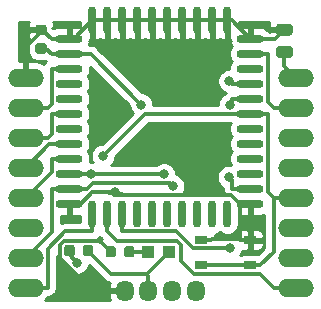
<source format=gtl>
G04 #@! TF.GenerationSoftware,KiCad,Pcbnew,(5.1.2)-1*
G04 #@! TF.CreationDate,2019-06-15T01:06:45+09:00*
G04 #@! TF.ProjectId,ble5,626c6535-2e6b-4696-9361-645f70636258,v1.0*
G04 #@! TF.SameCoordinates,Original*
G04 #@! TF.FileFunction,Copper,L1,Top*
G04 #@! TF.FilePolarity,Positive*
%FSLAX46Y46*%
G04 Gerber Fmt 4.6, Leading zero omitted, Abs format (unit mm)*
G04 Created by KiCad (PCBNEW (5.1.2)-1) date 2019-06-15 01:06:45*
%MOMM*%
%LPD*%
G04 APERTURE LIST*
%ADD10R,1.049020X1.079500*%
%ADD11O,3.048000X1.524000*%
%ADD12R,1.050000X0.650000*%
%ADD13O,1.524000X1.800000*%
%ADD14O,0.760000X2.300000*%
%ADD15O,2.300000X0.760000*%
%ADD16C,0.050000*%
%ADD17C,0.975000*%
%ADD18C,0.875000*%
%ADD19C,0.800000*%
%ADD20C,0.300000*%
%ADD21C,0.254000*%
G04 APERTURE END LIST*
D10*
X126447760Y-59200000D03*
X124700240Y-59200000D03*
D11*
X114300000Y-44450000D03*
X114300000Y-46990000D03*
X114300000Y-49530000D03*
X114300000Y-52070000D03*
X114300000Y-54610000D03*
X114300000Y-57150000D03*
X114300000Y-59690000D03*
X114300000Y-62230000D03*
X137160000Y-44450000D03*
X137160000Y-46990000D03*
X137160000Y-49530000D03*
X137160000Y-52070000D03*
X137160000Y-54610000D03*
X137160000Y-57150000D03*
X137160000Y-59690000D03*
X137160000Y-62230000D03*
D12*
X129150000Y-58200000D03*
X133300000Y-58200000D03*
X129150000Y-60350000D03*
X133300000Y-60350000D03*
D13*
X128700000Y-62500000D03*
X126700000Y-62500000D03*
X124700000Y-62500000D03*
X122700000Y-62500000D03*
D14*
X119940000Y-39600000D03*
X122480000Y-39600000D03*
X121210000Y-39600000D03*
X123750000Y-39600000D03*
X125020000Y-39600000D03*
X126290000Y-39600000D03*
X127560000Y-39600000D03*
X128830000Y-39600000D03*
X130100000Y-39600000D03*
X131370000Y-39600000D03*
D15*
X133310000Y-41170000D03*
X133310000Y-42440000D03*
X133310000Y-43710000D03*
X133310000Y-44980000D03*
X133310000Y-46250000D03*
X133310000Y-47520000D03*
X133310000Y-48790000D03*
X133310000Y-50060000D03*
X133310000Y-51330000D03*
X133310000Y-52600000D03*
X133310000Y-53870000D03*
X133310000Y-55140000D03*
D14*
X131370000Y-55975000D03*
X130100000Y-55975000D03*
X128830000Y-55975000D03*
X127560000Y-55975000D03*
X126290000Y-55975000D03*
X125020000Y-55975000D03*
X123750000Y-55975000D03*
X122480000Y-55975000D03*
X121210000Y-55975000D03*
X119940000Y-55975000D03*
D15*
X118000000Y-55140000D03*
X118000000Y-53870000D03*
X118000000Y-52600000D03*
X118000000Y-51330000D03*
X118000000Y-50060000D03*
X118000000Y-48790000D03*
X118000000Y-47520000D03*
X118000000Y-46250000D03*
X118000000Y-44980000D03*
X118000000Y-43710000D03*
X118000000Y-42440000D03*
X118000000Y-41170000D03*
D16*
G36*
X136680142Y-41788674D02*
G01*
X136703803Y-41792184D01*
X136727007Y-41797996D01*
X136749529Y-41806054D01*
X136771153Y-41816282D01*
X136791670Y-41828579D01*
X136810883Y-41842829D01*
X136828607Y-41858893D01*
X136844671Y-41876617D01*
X136858921Y-41895830D01*
X136871218Y-41916347D01*
X136881446Y-41937971D01*
X136889504Y-41960493D01*
X136895316Y-41983697D01*
X136898826Y-42007358D01*
X136900000Y-42031250D01*
X136900000Y-42518750D01*
X136898826Y-42542642D01*
X136895316Y-42566303D01*
X136889504Y-42589507D01*
X136881446Y-42612029D01*
X136871218Y-42633653D01*
X136858921Y-42654170D01*
X136844671Y-42673383D01*
X136828607Y-42691107D01*
X136810883Y-42707171D01*
X136791670Y-42721421D01*
X136771153Y-42733718D01*
X136749529Y-42743946D01*
X136727007Y-42752004D01*
X136703803Y-42757816D01*
X136680142Y-42761326D01*
X136656250Y-42762500D01*
X135743750Y-42762500D01*
X135719858Y-42761326D01*
X135696197Y-42757816D01*
X135672993Y-42752004D01*
X135650471Y-42743946D01*
X135628847Y-42733718D01*
X135608330Y-42721421D01*
X135589117Y-42707171D01*
X135571393Y-42691107D01*
X135555329Y-42673383D01*
X135541079Y-42654170D01*
X135528782Y-42633653D01*
X135518554Y-42612029D01*
X135510496Y-42589507D01*
X135504684Y-42566303D01*
X135501174Y-42542642D01*
X135500000Y-42518750D01*
X135500000Y-42031250D01*
X135501174Y-42007358D01*
X135504684Y-41983697D01*
X135510496Y-41960493D01*
X135518554Y-41937971D01*
X135528782Y-41916347D01*
X135541079Y-41895830D01*
X135555329Y-41876617D01*
X135571393Y-41858893D01*
X135589117Y-41842829D01*
X135608330Y-41828579D01*
X135628847Y-41816282D01*
X135650471Y-41806054D01*
X135672993Y-41797996D01*
X135696197Y-41792184D01*
X135719858Y-41788674D01*
X135743750Y-41787500D01*
X136656250Y-41787500D01*
X136680142Y-41788674D01*
X136680142Y-41788674D01*
G37*
D17*
X136200000Y-42275000D03*
D16*
G36*
X136680142Y-39913674D02*
G01*
X136703803Y-39917184D01*
X136727007Y-39922996D01*
X136749529Y-39931054D01*
X136771153Y-39941282D01*
X136791670Y-39953579D01*
X136810883Y-39967829D01*
X136828607Y-39983893D01*
X136844671Y-40001617D01*
X136858921Y-40020830D01*
X136871218Y-40041347D01*
X136881446Y-40062971D01*
X136889504Y-40085493D01*
X136895316Y-40108697D01*
X136898826Y-40132358D01*
X136900000Y-40156250D01*
X136900000Y-40643750D01*
X136898826Y-40667642D01*
X136895316Y-40691303D01*
X136889504Y-40714507D01*
X136881446Y-40737029D01*
X136871218Y-40758653D01*
X136858921Y-40779170D01*
X136844671Y-40798383D01*
X136828607Y-40816107D01*
X136810883Y-40832171D01*
X136791670Y-40846421D01*
X136771153Y-40858718D01*
X136749529Y-40868946D01*
X136727007Y-40877004D01*
X136703803Y-40882816D01*
X136680142Y-40886326D01*
X136656250Y-40887500D01*
X135743750Y-40887500D01*
X135719858Y-40886326D01*
X135696197Y-40882816D01*
X135672993Y-40877004D01*
X135650471Y-40868946D01*
X135628847Y-40858718D01*
X135608330Y-40846421D01*
X135589117Y-40832171D01*
X135571393Y-40816107D01*
X135555329Y-40798383D01*
X135541079Y-40779170D01*
X135528782Y-40758653D01*
X135518554Y-40737029D01*
X135510496Y-40714507D01*
X135504684Y-40691303D01*
X135501174Y-40667642D01*
X135500000Y-40643750D01*
X135500000Y-40156250D01*
X135501174Y-40132358D01*
X135504684Y-40108697D01*
X135510496Y-40085493D01*
X135518554Y-40062971D01*
X135528782Y-40041347D01*
X135541079Y-40020830D01*
X135555329Y-40001617D01*
X135571393Y-39983893D01*
X135589117Y-39967829D01*
X135608330Y-39953579D01*
X135628847Y-39941282D01*
X135650471Y-39931054D01*
X135672993Y-39922996D01*
X135696197Y-39917184D01*
X135719858Y-39913674D01*
X135743750Y-39912500D01*
X136656250Y-39912500D01*
X136680142Y-39913674D01*
X136680142Y-39913674D01*
G37*
D17*
X136200000Y-40400000D03*
D16*
G36*
X115877691Y-41551053D02*
G01*
X115898926Y-41554203D01*
X115919750Y-41559419D01*
X115939962Y-41566651D01*
X115959368Y-41575830D01*
X115977781Y-41586866D01*
X115995024Y-41599654D01*
X116010930Y-41614070D01*
X116025346Y-41629976D01*
X116038134Y-41647219D01*
X116049170Y-41665632D01*
X116058349Y-41685038D01*
X116065581Y-41705250D01*
X116070797Y-41726074D01*
X116073947Y-41747309D01*
X116075000Y-41768750D01*
X116075000Y-42206250D01*
X116073947Y-42227691D01*
X116070797Y-42248926D01*
X116065581Y-42269750D01*
X116058349Y-42289962D01*
X116049170Y-42309368D01*
X116038134Y-42327781D01*
X116025346Y-42345024D01*
X116010930Y-42360930D01*
X115995024Y-42375346D01*
X115977781Y-42388134D01*
X115959368Y-42399170D01*
X115939962Y-42408349D01*
X115919750Y-42415581D01*
X115898926Y-42420797D01*
X115877691Y-42423947D01*
X115856250Y-42425000D01*
X115343750Y-42425000D01*
X115322309Y-42423947D01*
X115301074Y-42420797D01*
X115280250Y-42415581D01*
X115260038Y-42408349D01*
X115240632Y-42399170D01*
X115222219Y-42388134D01*
X115204976Y-42375346D01*
X115189070Y-42360930D01*
X115174654Y-42345024D01*
X115161866Y-42327781D01*
X115150830Y-42309368D01*
X115141651Y-42289962D01*
X115134419Y-42269750D01*
X115129203Y-42248926D01*
X115126053Y-42227691D01*
X115125000Y-42206250D01*
X115125000Y-41768750D01*
X115126053Y-41747309D01*
X115129203Y-41726074D01*
X115134419Y-41705250D01*
X115141651Y-41685038D01*
X115150830Y-41665632D01*
X115161866Y-41647219D01*
X115174654Y-41629976D01*
X115189070Y-41614070D01*
X115204976Y-41599654D01*
X115222219Y-41586866D01*
X115240632Y-41575830D01*
X115260038Y-41566651D01*
X115280250Y-41559419D01*
X115301074Y-41554203D01*
X115322309Y-41551053D01*
X115343750Y-41550000D01*
X115856250Y-41550000D01*
X115877691Y-41551053D01*
X115877691Y-41551053D01*
G37*
D18*
X115600000Y-41987500D03*
D16*
G36*
X115877691Y-39976053D02*
G01*
X115898926Y-39979203D01*
X115919750Y-39984419D01*
X115939962Y-39991651D01*
X115959368Y-40000830D01*
X115977781Y-40011866D01*
X115995024Y-40024654D01*
X116010930Y-40039070D01*
X116025346Y-40054976D01*
X116038134Y-40072219D01*
X116049170Y-40090632D01*
X116058349Y-40110038D01*
X116065581Y-40130250D01*
X116070797Y-40151074D01*
X116073947Y-40172309D01*
X116075000Y-40193750D01*
X116075000Y-40631250D01*
X116073947Y-40652691D01*
X116070797Y-40673926D01*
X116065581Y-40694750D01*
X116058349Y-40714962D01*
X116049170Y-40734368D01*
X116038134Y-40752781D01*
X116025346Y-40770024D01*
X116010930Y-40785930D01*
X115995024Y-40800346D01*
X115977781Y-40813134D01*
X115959368Y-40824170D01*
X115939962Y-40833349D01*
X115919750Y-40840581D01*
X115898926Y-40845797D01*
X115877691Y-40848947D01*
X115856250Y-40850000D01*
X115343750Y-40850000D01*
X115322309Y-40848947D01*
X115301074Y-40845797D01*
X115280250Y-40840581D01*
X115260038Y-40833349D01*
X115240632Y-40824170D01*
X115222219Y-40813134D01*
X115204976Y-40800346D01*
X115189070Y-40785930D01*
X115174654Y-40770024D01*
X115161866Y-40752781D01*
X115150830Y-40734368D01*
X115141651Y-40714962D01*
X115134419Y-40694750D01*
X115129203Y-40673926D01*
X115126053Y-40652691D01*
X115125000Y-40631250D01*
X115125000Y-40193750D01*
X115126053Y-40172309D01*
X115129203Y-40151074D01*
X115134419Y-40130250D01*
X115141651Y-40110038D01*
X115150830Y-40090632D01*
X115161866Y-40072219D01*
X115174654Y-40054976D01*
X115189070Y-40039070D01*
X115204976Y-40024654D01*
X115222219Y-40011866D01*
X115240632Y-40000830D01*
X115260038Y-39991651D01*
X115280250Y-39984419D01*
X115301074Y-39979203D01*
X115322309Y-39976053D01*
X115343750Y-39975000D01*
X115856250Y-39975000D01*
X115877691Y-39976053D01*
X115877691Y-39976053D01*
G37*
D18*
X115600000Y-40412500D03*
D16*
G36*
X123315691Y-58726053D02*
G01*
X123336926Y-58729203D01*
X123357750Y-58734419D01*
X123377962Y-58741651D01*
X123397368Y-58750830D01*
X123415781Y-58761866D01*
X123433024Y-58774654D01*
X123448930Y-58789070D01*
X123463346Y-58804976D01*
X123476134Y-58822219D01*
X123487170Y-58840632D01*
X123496349Y-58860038D01*
X123503581Y-58880250D01*
X123508797Y-58901074D01*
X123511947Y-58922309D01*
X123513000Y-58943750D01*
X123513000Y-59456250D01*
X123511947Y-59477691D01*
X123508797Y-59498926D01*
X123503581Y-59519750D01*
X123496349Y-59539962D01*
X123487170Y-59559368D01*
X123476134Y-59577781D01*
X123463346Y-59595024D01*
X123448930Y-59610930D01*
X123433024Y-59625346D01*
X123415781Y-59638134D01*
X123397368Y-59649170D01*
X123377962Y-59658349D01*
X123357750Y-59665581D01*
X123336926Y-59670797D01*
X123315691Y-59673947D01*
X123294250Y-59675000D01*
X122856750Y-59675000D01*
X122835309Y-59673947D01*
X122814074Y-59670797D01*
X122793250Y-59665581D01*
X122773038Y-59658349D01*
X122753632Y-59649170D01*
X122735219Y-59638134D01*
X122717976Y-59625346D01*
X122702070Y-59610930D01*
X122687654Y-59595024D01*
X122674866Y-59577781D01*
X122663830Y-59559368D01*
X122654651Y-59539962D01*
X122647419Y-59519750D01*
X122642203Y-59498926D01*
X122639053Y-59477691D01*
X122638000Y-59456250D01*
X122638000Y-58943750D01*
X122639053Y-58922309D01*
X122642203Y-58901074D01*
X122647419Y-58880250D01*
X122654651Y-58860038D01*
X122663830Y-58840632D01*
X122674866Y-58822219D01*
X122687654Y-58804976D01*
X122702070Y-58789070D01*
X122717976Y-58774654D01*
X122735219Y-58761866D01*
X122753632Y-58750830D01*
X122773038Y-58741651D01*
X122793250Y-58734419D01*
X122814074Y-58729203D01*
X122835309Y-58726053D01*
X122856750Y-58725000D01*
X123294250Y-58725000D01*
X123315691Y-58726053D01*
X123315691Y-58726053D01*
G37*
D18*
X123075500Y-59200000D03*
D16*
G36*
X121740691Y-58726053D02*
G01*
X121761926Y-58729203D01*
X121782750Y-58734419D01*
X121802962Y-58741651D01*
X121822368Y-58750830D01*
X121840781Y-58761866D01*
X121858024Y-58774654D01*
X121873930Y-58789070D01*
X121888346Y-58804976D01*
X121901134Y-58822219D01*
X121912170Y-58840632D01*
X121921349Y-58860038D01*
X121928581Y-58880250D01*
X121933797Y-58901074D01*
X121936947Y-58922309D01*
X121938000Y-58943750D01*
X121938000Y-59456250D01*
X121936947Y-59477691D01*
X121933797Y-59498926D01*
X121928581Y-59519750D01*
X121921349Y-59539962D01*
X121912170Y-59559368D01*
X121901134Y-59577781D01*
X121888346Y-59595024D01*
X121873930Y-59610930D01*
X121858024Y-59625346D01*
X121840781Y-59638134D01*
X121822368Y-59649170D01*
X121802962Y-59658349D01*
X121782750Y-59665581D01*
X121761926Y-59670797D01*
X121740691Y-59673947D01*
X121719250Y-59675000D01*
X121281750Y-59675000D01*
X121260309Y-59673947D01*
X121239074Y-59670797D01*
X121218250Y-59665581D01*
X121198038Y-59658349D01*
X121178632Y-59649170D01*
X121160219Y-59638134D01*
X121142976Y-59625346D01*
X121127070Y-59610930D01*
X121112654Y-59595024D01*
X121099866Y-59577781D01*
X121088830Y-59559368D01*
X121079651Y-59539962D01*
X121072419Y-59519750D01*
X121067203Y-59498926D01*
X121064053Y-59477691D01*
X121063000Y-59456250D01*
X121063000Y-58943750D01*
X121064053Y-58922309D01*
X121067203Y-58901074D01*
X121072419Y-58880250D01*
X121079651Y-58860038D01*
X121088830Y-58840632D01*
X121099866Y-58822219D01*
X121112654Y-58804976D01*
X121127070Y-58789070D01*
X121142976Y-58774654D01*
X121160219Y-58761866D01*
X121178632Y-58750830D01*
X121198038Y-58741651D01*
X121218250Y-58734419D01*
X121239074Y-58729203D01*
X121260309Y-58726053D01*
X121281750Y-58725000D01*
X121719250Y-58725000D01*
X121740691Y-58726053D01*
X121740691Y-58726053D01*
G37*
D18*
X121500500Y-59200000D03*
D16*
G36*
X118252691Y-58626053D02*
G01*
X118273926Y-58629203D01*
X118294750Y-58634419D01*
X118314962Y-58641651D01*
X118334368Y-58650830D01*
X118352781Y-58661866D01*
X118370024Y-58674654D01*
X118385930Y-58689070D01*
X118400346Y-58704976D01*
X118413134Y-58722219D01*
X118424170Y-58740632D01*
X118433349Y-58760038D01*
X118440581Y-58780250D01*
X118445797Y-58801074D01*
X118448947Y-58822309D01*
X118450000Y-58843750D01*
X118450000Y-59356250D01*
X118448947Y-59377691D01*
X118445797Y-59398926D01*
X118440581Y-59419750D01*
X118433349Y-59439962D01*
X118424170Y-59459368D01*
X118413134Y-59477781D01*
X118400346Y-59495024D01*
X118385930Y-59510930D01*
X118370024Y-59525346D01*
X118352781Y-59538134D01*
X118334368Y-59549170D01*
X118314962Y-59558349D01*
X118294750Y-59565581D01*
X118273926Y-59570797D01*
X118252691Y-59573947D01*
X118231250Y-59575000D01*
X117793750Y-59575000D01*
X117772309Y-59573947D01*
X117751074Y-59570797D01*
X117730250Y-59565581D01*
X117710038Y-59558349D01*
X117690632Y-59549170D01*
X117672219Y-59538134D01*
X117654976Y-59525346D01*
X117639070Y-59510930D01*
X117624654Y-59495024D01*
X117611866Y-59477781D01*
X117600830Y-59459368D01*
X117591651Y-59439962D01*
X117584419Y-59419750D01*
X117579203Y-59398926D01*
X117576053Y-59377691D01*
X117575000Y-59356250D01*
X117575000Y-58843750D01*
X117576053Y-58822309D01*
X117579203Y-58801074D01*
X117584419Y-58780250D01*
X117591651Y-58760038D01*
X117600830Y-58740632D01*
X117611866Y-58722219D01*
X117624654Y-58704976D01*
X117639070Y-58689070D01*
X117654976Y-58674654D01*
X117672219Y-58661866D01*
X117690632Y-58650830D01*
X117710038Y-58641651D01*
X117730250Y-58634419D01*
X117751074Y-58629203D01*
X117772309Y-58626053D01*
X117793750Y-58625000D01*
X118231250Y-58625000D01*
X118252691Y-58626053D01*
X118252691Y-58626053D01*
G37*
D18*
X118012500Y-59100000D03*
D16*
G36*
X119827691Y-58626053D02*
G01*
X119848926Y-58629203D01*
X119869750Y-58634419D01*
X119889962Y-58641651D01*
X119909368Y-58650830D01*
X119927781Y-58661866D01*
X119945024Y-58674654D01*
X119960930Y-58689070D01*
X119975346Y-58704976D01*
X119988134Y-58722219D01*
X119999170Y-58740632D01*
X120008349Y-58760038D01*
X120015581Y-58780250D01*
X120020797Y-58801074D01*
X120023947Y-58822309D01*
X120025000Y-58843750D01*
X120025000Y-59356250D01*
X120023947Y-59377691D01*
X120020797Y-59398926D01*
X120015581Y-59419750D01*
X120008349Y-59439962D01*
X119999170Y-59459368D01*
X119988134Y-59477781D01*
X119975346Y-59495024D01*
X119960930Y-59510930D01*
X119945024Y-59525346D01*
X119927781Y-59538134D01*
X119909368Y-59549170D01*
X119889962Y-59558349D01*
X119869750Y-59565581D01*
X119848926Y-59570797D01*
X119827691Y-59573947D01*
X119806250Y-59575000D01*
X119368750Y-59575000D01*
X119347309Y-59573947D01*
X119326074Y-59570797D01*
X119305250Y-59565581D01*
X119285038Y-59558349D01*
X119265632Y-59549170D01*
X119247219Y-59538134D01*
X119229976Y-59525346D01*
X119214070Y-59510930D01*
X119199654Y-59495024D01*
X119186866Y-59477781D01*
X119175830Y-59459368D01*
X119166651Y-59439962D01*
X119159419Y-59419750D01*
X119154203Y-59398926D01*
X119151053Y-59377691D01*
X119150000Y-59356250D01*
X119150000Y-58843750D01*
X119151053Y-58822309D01*
X119154203Y-58801074D01*
X119159419Y-58780250D01*
X119166651Y-58760038D01*
X119175830Y-58740632D01*
X119186866Y-58722219D01*
X119199654Y-58704976D01*
X119214070Y-58689070D01*
X119229976Y-58674654D01*
X119247219Y-58661866D01*
X119265632Y-58650830D01*
X119285038Y-58641651D01*
X119305250Y-58634419D01*
X119326074Y-58629203D01*
X119347309Y-58626053D01*
X119368750Y-58625000D01*
X119806250Y-58625000D01*
X119827691Y-58626053D01*
X119827691Y-58626053D01*
G37*
D18*
X119587500Y-59100000D03*
D19*
X121896700Y-54171700D03*
X120400000Y-48675700D03*
X128900000Y-42100000D03*
X121900000Y-42100000D03*
X118100000Y-56400000D03*
X128400000Y-50800000D03*
X123500000Y-50700000D03*
X134000000Y-56500000D03*
X124088900Y-46735000D03*
X120860600Y-51075000D03*
X118681000Y-60117800D03*
X126009300Y-52647400D03*
X119832700Y-52639000D03*
X126762500Y-53630600D03*
X131549800Y-44743100D03*
X131611200Y-46731300D03*
X131530000Y-52871300D03*
X131587400Y-58918900D03*
D20*
X121500500Y-59200000D02*
X120574300Y-58273800D01*
X120574300Y-58273800D02*
X117554600Y-58273800D01*
X117554600Y-58273800D02*
X117219800Y-58608600D01*
X117219800Y-58608600D02*
X117219800Y-59761400D01*
X117219800Y-59761400D02*
X119958400Y-62500000D01*
X119958400Y-62500000D02*
X122700000Y-62500000D01*
X136200000Y-40400000D02*
X135430000Y-41170000D01*
X135430000Y-41170000D02*
X133310000Y-41170000D01*
X131370000Y-39600000D02*
X131740000Y-39600000D01*
X131740000Y-39600000D02*
X133310000Y-41170000D01*
X130100000Y-39600000D02*
X131370000Y-39600000D01*
X132424700Y-58115600D02*
X132424700Y-58200000D01*
X132424700Y-55140000D02*
X132424700Y-58115600D01*
X132424700Y-58115600D02*
X130109700Y-58115600D01*
X130109700Y-58115600D02*
X130025300Y-58200000D01*
X129150000Y-58200000D02*
X130025300Y-58200000D01*
X132424700Y-55140000D02*
X133310000Y-55140000D01*
X121896700Y-54171700D02*
X122136100Y-54411100D01*
X122136100Y-54411100D02*
X131695800Y-54411100D01*
X131695800Y-54411100D02*
X132424700Y-55140000D01*
X133300000Y-58200000D02*
X132424700Y-58200000D01*
X128830000Y-39600000D02*
X130100000Y-39600000D01*
X127560000Y-39600000D02*
X128830000Y-39600000D01*
X126290000Y-39600000D02*
X127560000Y-39600000D01*
X118000000Y-55140000D02*
X118972000Y-55140000D01*
X118972000Y-55140000D02*
X119940300Y-54171700D01*
X119940300Y-54171700D02*
X121896700Y-54171700D01*
X125020000Y-39600000D02*
X126290000Y-39600000D01*
X123750000Y-39600000D02*
X125020000Y-39600000D01*
X122480000Y-39600000D02*
X123750000Y-39600000D01*
X121210000Y-39600000D02*
X122480000Y-39600000D01*
X115600000Y-40560000D02*
X115889700Y-40560000D01*
X115889700Y-40560000D02*
X116499700Y-41170000D01*
X114300000Y-44450000D02*
X114300000Y-41860000D01*
X114300000Y-41860000D02*
X115600000Y-40560000D01*
X115600000Y-40560000D02*
X115600000Y-40412500D01*
X118000000Y-41170000D02*
X116499700Y-41170000D01*
X121210000Y-39600000D02*
X119940000Y-39600000D01*
X118000000Y-41170000D02*
X118370000Y-41170000D01*
X118370000Y-41170000D02*
X119940000Y-39600000D01*
X128830000Y-39600000D02*
X128830000Y-42030000D01*
X120400000Y-48675700D02*
X120400000Y-48700000D01*
X128830000Y-42030000D02*
X128900000Y-42100000D01*
X118000000Y-55140000D02*
X118000000Y-56300000D01*
X118000000Y-56300000D02*
X118100000Y-56400000D01*
X128300000Y-50700000D02*
X128400000Y-50800000D01*
X123500000Y-50700000D02*
X128300000Y-50700000D01*
X133300000Y-58200000D02*
X133300000Y-56500000D01*
X133300000Y-56500000D02*
X134000000Y-56500000D01*
X124088900Y-46735000D02*
X119793900Y-42440000D01*
X119793900Y-42440000D02*
X118000000Y-42440000D01*
X117249900Y-42440000D02*
X118000000Y-42440000D01*
X137160000Y-44450000D02*
X136200000Y-43490000D01*
X136200000Y-43490000D02*
X136200000Y-42275000D01*
X117249900Y-42440000D02*
X116499700Y-42440000D01*
X124700000Y-62500000D02*
X124700000Y-61249700D01*
X124583200Y-61064600D02*
X126447800Y-59200000D01*
X119587500Y-59100000D02*
X121552100Y-61064600D01*
X121552100Y-61064600D02*
X124583200Y-61064600D01*
X124583200Y-61064600D02*
X124583200Y-61132900D01*
X124583200Y-61132900D02*
X124700000Y-61249700D01*
X115600000Y-41987500D02*
X116047200Y-41987500D01*
X116047200Y-41987500D02*
X116499700Y-42440000D01*
X123075500Y-59200000D02*
X124700200Y-59200000D01*
X133300000Y-60350000D02*
X134175300Y-60350000D01*
X134175300Y-60350000D02*
X135285700Y-59239600D01*
X135285700Y-59239600D02*
X135285700Y-54610000D01*
X129150000Y-60350000D02*
X133300000Y-60350000D01*
X137160000Y-54610000D02*
X135285700Y-54610000D01*
X133310000Y-47520000D02*
X134810300Y-47520000D01*
X134810300Y-47520000D02*
X134810300Y-54134600D01*
X134810300Y-54134600D02*
X135285700Y-54610000D01*
X120860600Y-51075000D02*
X124415600Y-47520000D01*
X124415600Y-47520000D02*
X133310000Y-47520000D01*
X118012500Y-59100000D02*
X118012500Y-59449300D01*
X118012500Y-59449300D02*
X118681000Y-60117800D01*
X114300000Y-46990000D02*
X116174300Y-46990000D01*
X118000000Y-43710000D02*
X116499700Y-43710000D01*
X116499700Y-43710000D02*
X116499700Y-46664600D01*
X116499700Y-46664600D02*
X116174300Y-46990000D01*
X118000000Y-47520000D02*
X116499700Y-47520000D01*
X114300000Y-49530000D02*
X116174300Y-49530000D01*
X116499700Y-47520000D02*
X116499700Y-49204600D01*
X116499700Y-49204600D02*
X116174300Y-49530000D01*
X118000000Y-50060000D02*
X116310000Y-50060000D01*
X116310000Y-50060000D02*
X114300000Y-52070000D01*
X118000000Y-51330000D02*
X116499700Y-51330000D01*
X116499700Y-51330000D02*
X116499700Y-52410300D01*
X116499700Y-52410300D02*
X114300000Y-54610000D01*
X119832700Y-52639000D02*
X126000900Y-52639000D01*
X126000900Y-52639000D02*
X126009300Y-52647400D01*
X118000000Y-52600000D02*
X119793700Y-52600000D01*
X119793700Y-52600000D02*
X119832700Y-52639000D01*
X119500300Y-53870000D02*
X119965000Y-53405300D01*
X119965000Y-53405300D02*
X126537200Y-53405300D01*
X126537200Y-53405300D02*
X126762500Y-53630600D01*
X118000000Y-53870000D02*
X116499700Y-53870000D01*
X116499700Y-53870000D02*
X116499700Y-57490300D01*
X116499700Y-57490300D02*
X114300000Y-59690000D01*
X118750200Y-53870000D02*
X118000000Y-53870000D01*
X118750200Y-53870000D02*
X119500300Y-53870000D01*
X119940000Y-57475300D02*
X117645600Y-57475300D01*
X117645600Y-57475300D02*
X116174300Y-58946600D01*
X116174300Y-58946600D02*
X116174300Y-62230000D01*
X114300000Y-62230000D02*
X116174300Y-62230000D01*
X119940000Y-55975000D02*
X119940000Y-57475300D01*
X137160000Y-46990000D02*
X135285700Y-46990000D01*
X133310000Y-42440000D02*
X134810300Y-42440000D01*
X134810300Y-42440000D02*
X134810300Y-46514600D01*
X134810300Y-46514600D02*
X135285700Y-46990000D01*
X133310000Y-44980000D02*
X131809700Y-44980000D01*
X131809700Y-44980000D02*
X131572800Y-44743100D01*
X131572800Y-44743100D02*
X131549800Y-44743100D01*
X133310000Y-46250000D02*
X131809700Y-46250000D01*
X131809700Y-46250000D02*
X131809700Y-46532800D01*
X131809700Y-46532800D02*
X131611200Y-46731300D01*
X133310000Y-53870000D02*
X131809700Y-53870000D01*
X131809700Y-53870000D02*
X131809700Y-53151000D01*
X131809700Y-53151000D02*
X131530000Y-52871300D01*
X122480000Y-55975000D02*
X122480000Y-57475300D01*
X122480000Y-57475300D02*
X127064000Y-57475300D01*
X127064000Y-57475300D02*
X128507600Y-58918900D01*
X128507600Y-58918900D02*
X131587400Y-58918900D01*
X137160000Y-62230000D02*
X135285700Y-62230000D01*
X121210000Y-55975000D02*
X121210000Y-57475300D01*
X121210000Y-57475300D02*
X122005300Y-58270600D01*
X122005300Y-58270600D02*
X127080400Y-58270600D01*
X127080400Y-58270600D02*
X127456100Y-58646300D01*
X127456100Y-58646300D02*
X127456100Y-60005800D01*
X127456100Y-60005800D02*
X128568000Y-61117700D01*
X128568000Y-61117700D02*
X134173400Y-61117700D01*
X134173400Y-61117700D02*
X135285700Y-62230000D01*
D21*
G36*
X117002150Y-59684142D02*
G01*
X117081329Y-59832275D01*
X117187885Y-59962115D01*
X117317725Y-60068671D01*
X117465858Y-60147850D01*
X117626592Y-60196608D01*
X117646000Y-60198520D01*
X117646000Y-60219739D01*
X117685774Y-60419698D01*
X117763795Y-60608056D01*
X117877063Y-60777574D01*
X118021226Y-60921737D01*
X118190744Y-61035005D01*
X118379102Y-61113026D01*
X118579061Y-61152800D01*
X118782939Y-61152800D01*
X118982898Y-61113026D01*
X119171256Y-61035005D01*
X119340774Y-60921737D01*
X119484937Y-60777574D01*
X119598205Y-60608056D01*
X119676226Y-60419698D01*
X119696270Y-60318928D01*
X120969758Y-61592416D01*
X120994336Y-61622364D01*
X121024284Y-61646942D01*
X121024287Y-61646945D01*
X121041062Y-61660712D01*
X121113867Y-61720462D01*
X121241649Y-61788762D01*
X121250240Y-61793354D01*
X121398213Y-61838242D01*
X121408536Y-61839259D01*
X121385071Y-61888622D01*
X121317986Y-62154248D01*
X121461251Y-62373000D01*
X122573000Y-62373000D01*
X122573000Y-62353000D01*
X122827000Y-62353000D01*
X122827000Y-62373000D01*
X122847000Y-62373000D01*
X122847000Y-62627000D01*
X122827000Y-62627000D01*
X122827000Y-62647000D01*
X122573000Y-62647000D01*
X122573000Y-62627000D01*
X121461251Y-62627000D01*
X121317986Y-62845752D01*
X121385071Y-63111378D01*
X121469978Y-63290000D01*
X115972490Y-63290000D01*
X116054608Y-63222608D01*
X116226053Y-63013701D01*
X116328187Y-63003641D01*
X116476160Y-62958754D01*
X116612533Y-62885862D01*
X116732064Y-62787764D01*
X116830162Y-62668233D01*
X116903054Y-62531860D01*
X116947941Y-62383887D01*
X116959300Y-62268561D01*
X116963098Y-62230000D01*
X116959300Y-62191439D01*
X116959300Y-59542884D01*
X117002150Y-59684142D01*
X117002150Y-59684142D01*
G37*
X117002150Y-59684142D02*
X117081329Y-59832275D01*
X117187885Y-59962115D01*
X117317725Y-60068671D01*
X117465858Y-60147850D01*
X117626592Y-60196608D01*
X117646000Y-60198520D01*
X117646000Y-60219739D01*
X117685774Y-60419698D01*
X117763795Y-60608056D01*
X117877063Y-60777574D01*
X118021226Y-60921737D01*
X118190744Y-61035005D01*
X118379102Y-61113026D01*
X118579061Y-61152800D01*
X118782939Y-61152800D01*
X118982898Y-61113026D01*
X119171256Y-61035005D01*
X119340774Y-60921737D01*
X119484937Y-60777574D01*
X119598205Y-60608056D01*
X119676226Y-60419698D01*
X119696270Y-60318928D01*
X120969758Y-61592416D01*
X120994336Y-61622364D01*
X121024284Y-61646942D01*
X121024287Y-61646945D01*
X121041062Y-61660712D01*
X121113867Y-61720462D01*
X121241649Y-61788762D01*
X121250240Y-61793354D01*
X121398213Y-61838242D01*
X121408536Y-61839259D01*
X121385071Y-61888622D01*
X121317986Y-62154248D01*
X121461251Y-62373000D01*
X122573000Y-62373000D01*
X122573000Y-62353000D01*
X122827000Y-62353000D01*
X122827000Y-62373000D01*
X122847000Y-62373000D01*
X122847000Y-62627000D01*
X122827000Y-62627000D01*
X122827000Y-62647000D01*
X122573000Y-62647000D01*
X122573000Y-62627000D01*
X121461251Y-62627000D01*
X121317986Y-62845752D01*
X121385071Y-63111378D01*
X121469978Y-63290000D01*
X115972490Y-63290000D01*
X116054608Y-63222608D01*
X116226053Y-63013701D01*
X116328187Y-63003641D01*
X116476160Y-62958754D01*
X116612533Y-62885862D01*
X116732064Y-62787764D01*
X116830162Y-62668233D01*
X116903054Y-62531860D01*
X116947941Y-62383887D01*
X116959300Y-62268561D01*
X116963098Y-62230000D01*
X116959300Y-62191439D01*
X116959300Y-59542884D01*
X117002150Y-59684142D01*
G36*
X133437000Y-55013000D02*
G01*
X133457000Y-55013000D01*
X133457000Y-55267000D01*
X133437000Y-55267000D01*
X133437000Y-56155000D01*
X134207000Y-56155000D01*
X134402576Y-56110721D01*
X134500701Y-56067019D01*
X134500700Y-58914443D01*
X134000484Y-59414659D01*
X133949482Y-59399188D01*
X133825000Y-59386928D01*
X132775000Y-59386928D01*
X132650518Y-59399188D01*
X132530820Y-59435498D01*
X132462660Y-59471931D01*
X132504605Y-59409156D01*
X132582626Y-59220798D01*
X132599618Y-59135372D01*
X132650518Y-59150812D01*
X132775000Y-59163072D01*
X133014250Y-59160000D01*
X133173000Y-59001250D01*
X133173000Y-58327000D01*
X133427000Y-58327000D01*
X133427000Y-59001250D01*
X133585750Y-59160000D01*
X133825000Y-59163072D01*
X133949482Y-59150812D01*
X134069180Y-59114502D01*
X134179494Y-59055537D01*
X134276185Y-58976185D01*
X134355537Y-58879494D01*
X134414502Y-58769180D01*
X134450812Y-58649482D01*
X134463072Y-58525000D01*
X134460000Y-58485750D01*
X134301250Y-58327000D01*
X133427000Y-58327000D01*
X133173000Y-58327000D01*
X133153000Y-58327000D01*
X133153000Y-58073000D01*
X133173000Y-58073000D01*
X133173000Y-57398750D01*
X133427000Y-57398750D01*
X133427000Y-58073000D01*
X134301250Y-58073000D01*
X134460000Y-57914250D01*
X134463072Y-57875000D01*
X134450812Y-57750518D01*
X134414502Y-57630820D01*
X134355537Y-57520506D01*
X134276185Y-57423815D01*
X134179494Y-57344463D01*
X134069180Y-57285498D01*
X133949482Y-57249188D01*
X133825000Y-57236928D01*
X133585750Y-57240000D01*
X133427000Y-57398750D01*
X133173000Y-57398750D01*
X133014250Y-57240000D01*
X132775000Y-57236928D01*
X132650518Y-57249188D01*
X132530820Y-57285498D01*
X132420506Y-57344463D01*
X132323815Y-57423815D01*
X132244463Y-57520506D01*
X132185498Y-57630820D01*
X132149188Y-57750518D01*
X132136928Y-57875000D01*
X132140000Y-57914250D01*
X132298748Y-58072998D01*
X132184369Y-58072998D01*
X132077656Y-58001695D01*
X131889298Y-57923674D01*
X131689339Y-57883900D01*
X131485461Y-57883900D01*
X131285502Y-57923674D01*
X131097144Y-58001695D01*
X130927626Y-58114963D01*
X130908689Y-58133900D01*
X130310000Y-58133900D01*
X130310000Y-58072998D01*
X130151252Y-58072998D01*
X130310000Y-57914250D01*
X130313072Y-57875000D01*
X130300812Y-57750518D01*
X130299212Y-57745242D01*
X130490303Y-57687275D01*
X130666632Y-57593025D01*
X130735001Y-57536917D01*
X130803369Y-57593025D01*
X130979698Y-57687275D01*
X131171026Y-57745314D01*
X131370000Y-57764911D01*
X131568975Y-57745314D01*
X131760303Y-57687275D01*
X131936632Y-57593025D01*
X132091186Y-57466186D01*
X132218025Y-57311632D01*
X132312275Y-57135303D01*
X132370314Y-56943975D01*
X132385000Y-56794863D01*
X132385000Y-56148661D01*
X132413000Y-56155000D01*
X133183000Y-56155000D01*
X133183000Y-55267000D01*
X133163000Y-55267000D01*
X133163000Y-55013000D01*
X133183000Y-55013000D01*
X133183000Y-54993000D01*
X133437000Y-54993000D01*
X133437000Y-55013000D01*
X133437000Y-55013000D01*
G37*
X133437000Y-55013000D02*
X133457000Y-55013000D01*
X133457000Y-55267000D01*
X133437000Y-55267000D01*
X133437000Y-56155000D01*
X134207000Y-56155000D01*
X134402576Y-56110721D01*
X134500701Y-56067019D01*
X134500700Y-58914443D01*
X134000484Y-59414659D01*
X133949482Y-59399188D01*
X133825000Y-59386928D01*
X132775000Y-59386928D01*
X132650518Y-59399188D01*
X132530820Y-59435498D01*
X132462660Y-59471931D01*
X132504605Y-59409156D01*
X132582626Y-59220798D01*
X132599618Y-59135372D01*
X132650518Y-59150812D01*
X132775000Y-59163072D01*
X133014250Y-59160000D01*
X133173000Y-59001250D01*
X133173000Y-58327000D01*
X133427000Y-58327000D01*
X133427000Y-59001250D01*
X133585750Y-59160000D01*
X133825000Y-59163072D01*
X133949482Y-59150812D01*
X134069180Y-59114502D01*
X134179494Y-59055537D01*
X134276185Y-58976185D01*
X134355537Y-58879494D01*
X134414502Y-58769180D01*
X134450812Y-58649482D01*
X134463072Y-58525000D01*
X134460000Y-58485750D01*
X134301250Y-58327000D01*
X133427000Y-58327000D01*
X133173000Y-58327000D01*
X133153000Y-58327000D01*
X133153000Y-58073000D01*
X133173000Y-58073000D01*
X133173000Y-57398750D01*
X133427000Y-57398750D01*
X133427000Y-58073000D01*
X134301250Y-58073000D01*
X134460000Y-57914250D01*
X134463072Y-57875000D01*
X134450812Y-57750518D01*
X134414502Y-57630820D01*
X134355537Y-57520506D01*
X134276185Y-57423815D01*
X134179494Y-57344463D01*
X134069180Y-57285498D01*
X133949482Y-57249188D01*
X133825000Y-57236928D01*
X133585750Y-57240000D01*
X133427000Y-57398750D01*
X133173000Y-57398750D01*
X133014250Y-57240000D01*
X132775000Y-57236928D01*
X132650518Y-57249188D01*
X132530820Y-57285498D01*
X132420506Y-57344463D01*
X132323815Y-57423815D01*
X132244463Y-57520506D01*
X132185498Y-57630820D01*
X132149188Y-57750518D01*
X132136928Y-57875000D01*
X132140000Y-57914250D01*
X132298748Y-58072998D01*
X132184369Y-58072998D01*
X132077656Y-58001695D01*
X131889298Y-57923674D01*
X131689339Y-57883900D01*
X131485461Y-57883900D01*
X131285502Y-57923674D01*
X131097144Y-58001695D01*
X130927626Y-58114963D01*
X130908689Y-58133900D01*
X130310000Y-58133900D01*
X130310000Y-58072998D01*
X130151252Y-58072998D01*
X130310000Y-57914250D01*
X130313072Y-57875000D01*
X130300812Y-57750518D01*
X130299212Y-57745242D01*
X130490303Y-57687275D01*
X130666632Y-57593025D01*
X130735001Y-57536917D01*
X130803369Y-57593025D01*
X130979698Y-57687275D01*
X131171026Y-57745314D01*
X131370000Y-57764911D01*
X131568975Y-57745314D01*
X131760303Y-57687275D01*
X131936632Y-57593025D01*
X132091186Y-57466186D01*
X132218025Y-57311632D01*
X132312275Y-57135303D01*
X132370314Y-56943975D01*
X132385000Y-56794863D01*
X132385000Y-56148661D01*
X132413000Y-56155000D01*
X133183000Y-56155000D01*
X133183000Y-55267000D01*
X133163000Y-55267000D01*
X133163000Y-55013000D01*
X133183000Y-55013000D01*
X133183000Y-54993000D01*
X133437000Y-54993000D01*
X133437000Y-55013000D01*
G36*
X121627500Y-59073000D02*
G01*
X121647500Y-59073000D01*
X121647500Y-59327000D01*
X121627500Y-59327000D01*
X121627500Y-59347000D01*
X121373500Y-59347000D01*
X121373500Y-59327000D01*
X121353500Y-59327000D01*
X121353500Y-59073000D01*
X121373500Y-59073000D01*
X121373500Y-59053000D01*
X121627500Y-59053000D01*
X121627500Y-59073000D01*
X121627500Y-59073000D01*
G37*
X121627500Y-59073000D02*
X121647500Y-59073000D01*
X121647500Y-59327000D01*
X121627500Y-59327000D01*
X121627500Y-59347000D01*
X121373500Y-59347000D01*
X121373500Y-59327000D01*
X121353500Y-59327000D01*
X121353500Y-59073000D01*
X121373500Y-59073000D01*
X121373500Y-59053000D01*
X121627500Y-59053000D01*
X121627500Y-59073000D01*
G36*
X120627655Y-58003112D02*
G01*
X120627656Y-58003113D01*
X120652237Y-58033064D01*
X120682185Y-58057642D01*
X120780515Y-58155973D01*
X120708506Y-58194463D01*
X120611815Y-58273815D01*
X120532463Y-58370506D01*
X120526310Y-58382017D01*
X120518671Y-58367725D01*
X120412115Y-58237885D01*
X120319999Y-58162288D01*
X120378233Y-58131162D01*
X120497764Y-58033064D01*
X120575001Y-57938952D01*
X120627655Y-58003112D01*
X120627655Y-58003112D01*
G37*
X120627655Y-58003112D02*
X120627656Y-58003113D01*
X120652237Y-58033064D01*
X120682185Y-58057642D01*
X120780515Y-58155973D01*
X120708506Y-58194463D01*
X120611815Y-58273815D01*
X120532463Y-58370506D01*
X120526310Y-58382017D01*
X120518671Y-58367725D01*
X120412115Y-58237885D01*
X120319999Y-58162288D01*
X120378233Y-58131162D01*
X120497764Y-58033064D01*
X120575001Y-57938952D01*
X120627655Y-58003112D01*
G36*
X129277000Y-58073000D02*
G01*
X129297000Y-58073000D01*
X129297000Y-58133900D01*
X129003000Y-58133900D01*
X129003000Y-58073000D01*
X129023000Y-58073000D01*
X129023000Y-58053000D01*
X129277000Y-58053000D01*
X129277000Y-58073000D01*
X129277000Y-58073000D01*
G37*
X129277000Y-58073000D02*
X129297000Y-58073000D01*
X129297000Y-58133900D01*
X129003000Y-58133900D01*
X129003000Y-58073000D01*
X129023000Y-58073000D01*
X129023000Y-58053000D01*
X129277000Y-58053000D01*
X129277000Y-58073000D01*
G36*
X118127000Y-55013000D02*
G01*
X118147000Y-55013000D01*
X118147000Y-55267000D01*
X118127000Y-55267000D01*
X118127000Y-56155000D01*
X118897000Y-56155000D01*
X118925001Y-56148661D01*
X118925001Y-56690300D01*
X117684152Y-56690300D01*
X117645599Y-56686503D01*
X117607046Y-56690300D01*
X117607039Y-56690300D01*
X117506090Y-56700243D01*
X117491712Y-56701659D01*
X117457272Y-56712106D01*
X117343740Y-56746546D01*
X117284700Y-56778103D01*
X117284700Y-56155000D01*
X117873000Y-56155000D01*
X117873000Y-55267000D01*
X117853000Y-55267000D01*
X117853000Y-55013000D01*
X117873000Y-55013000D01*
X117873000Y-54993000D01*
X118127000Y-54993000D01*
X118127000Y-55013000D01*
X118127000Y-55013000D01*
G37*
X118127000Y-55013000D02*
X118147000Y-55013000D01*
X118147000Y-55267000D01*
X118127000Y-55267000D01*
X118127000Y-56155000D01*
X118897000Y-56155000D01*
X118925001Y-56148661D01*
X118925001Y-56690300D01*
X117684152Y-56690300D01*
X117645599Y-56686503D01*
X117607046Y-56690300D01*
X117607039Y-56690300D01*
X117506090Y-56700243D01*
X117491712Y-56701659D01*
X117457272Y-56712106D01*
X117343740Y-56746546D01*
X117284700Y-56778103D01*
X117284700Y-56155000D01*
X117873000Y-56155000D01*
X117873000Y-55267000D01*
X117853000Y-55267000D01*
X117853000Y-55013000D01*
X117873000Y-55013000D01*
X117873000Y-54993000D01*
X118127000Y-54993000D01*
X118127000Y-55013000D01*
G36*
X131597725Y-48399697D02*
G01*
X131539686Y-48591025D01*
X131520089Y-48790000D01*
X131539686Y-48988975D01*
X131597725Y-49180303D01*
X131691975Y-49356632D01*
X131748083Y-49425000D01*
X131691975Y-49493368D01*
X131597725Y-49669697D01*
X131539686Y-49861025D01*
X131520089Y-50060000D01*
X131539686Y-50258975D01*
X131597725Y-50450303D01*
X131691975Y-50626632D01*
X131748083Y-50695000D01*
X131691975Y-50763368D01*
X131597725Y-50939697D01*
X131539686Y-51131025D01*
X131520089Y-51330000D01*
X131539686Y-51528975D01*
X131597725Y-51720303D01*
X131663033Y-51842485D01*
X131631939Y-51836300D01*
X131428061Y-51836300D01*
X131228102Y-51876074D01*
X131039744Y-51954095D01*
X130870226Y-52067363D01*
X130726063Y-52211526D01*
X130612795Y-52381044D01*
X130534774Y-52569402D01*
X130495000Y-52769361D01*
X130495000Y-52973239D01*
X130534774Y-53173198D01*
X130612795Y-53361556D01*
X130726063Y-53531074D01*
X130870226Y-53675237D01*
X131024700Y-53778453D01*
X131024700Y-53831439D01*
X131020902Y-53870000D01*
X131036059Y-54023887D01*
X131080946Y-54171860D01*
X131108611Y-54223619D01*
X130979697Y-54262725D01*
X130803368Y-54356975D01*
X130735000Y-54413083D01*
X130666632Y-54356975D01*
X130490302Y-54262725D01*
X130298974Y-54204686D01*
X130100000Y-54185089D01*
X129901025Y-54204686D01*
X129709697Y-54262725D01*
X129533368Y-54356975D01*
X129465000Y-54413083D01*
X129396632Y-54356975D01*
X129220302Y-54262725D01*
X129028974Y-54204686D01*
X128830000Y-54185089D01*
X128631025Y-54204686D01*
X128439697Y-54262725D01*
X128263368Y-54356975D01*
X128195000Y-54413083D01*
X128126632Y-54356975D01*
X127950302Y-54262725D01*
X127758974Y-54204686D01*
X127632045Y-54192185D01*
X127679705Y-54120856D01*
X127757726Y-53932498D01*
X127797500Y-53732539D01*
X127797500Y-53528661D01*
X127757726Y-53328702D01*
X127679705Y-53140344D01*
X127566437Y-52970826D01*
X127422274Y-52826663D01*
X127252756Y-52713395D01*
X127064398Y-52635374D01*
X127044300Y-52631376D01*
X127044300Y-52545461D01*
X127004526Y-52345502D01*
X126926505Y-52157144D01*
X126813237Y-51987626D01*
X126669074Y-51843463D01*
X126499556Y-51730195D01*
X126311198Y-51652174D01*
X126111239Y-51612400D01*
X125907361Y-51612400D01*
X125707402Y-51652174D01*
X125519044Y-51730195D01*
X125349526Y-51843463D01*
X125338989Y-51854000D01*
X121545311Y-51854000D01*
X121664537Y-51734774D01*
X121777805Y-51565256D01*
X121855826Y-51376898D01*
X121895600Y-51176939D01*
X121895600Y-51150157D01*
X124740758Y-48305000D01*
X131648342Y-48305000D01*
X131597725Y-48399697D01*
X131597725Y-48399697D01*
G37*
X131597725Y-48399697D02*
X131539686Y-48591025D01*
X131520089Y-48790000D01*
X131539686Y-48988975D01*
X131597725Y-49180303D01*
X131691975Y-49356632D01*
X131748083Y-49425000D01*
X131691975Y-49493368D01*
X131597725Y-49669697D01*
X131539686Y-49861025D01*
X131520089Y-50060000D01*
X131539686Y-50258975D01*
X131597725Y-50450303D01*
X131691975Y-50626632D01*
X131748083Y-50695000D01*
X131691975Y-50763368D01*
X131597725Y-50939697D01*
X131539686Y-51131025D01*
X131520089Y-51330000D01*
X131539686Y-51528975D01*
X131597725Y-51720303D01*
X131663033Y-51842485D01*
X131631939Y-51836300D01*
X131428061Y-51836300D01*
X131228102Y-51876074D01*
X131039744Y-51954095D01*
X130870226Y-52067363D01*
X130726063Y-52211526D01*
X130612795Y-52381044D01*
X130534774Y-52569402D01*
X130495000Y-52769361D01*
X130495000Y-52973239D01*
X130534774Y-53173198D01*
X130612795Y-53361556D01*
X130726063Y-53531074D01*
X130870226Y-53675237D01*
X131024700Y-53778453D01*
X131024700Y-53831439D01*
X131020902Y-53870000D01*
X131036059Y-54023887D01*
X131080946Y-54171860D01*
X131108611Y-54223619D01*
X130979697Y-54262725D01*
X130803368Y-54356975D01*
X130735000Y-54413083D01*
X130666632Y-54356975D01*
X130490302Y-54262725D01*
X130298974Y-54204686D01*
X130100000Y-54185089D01*
X129901025Y-54204686D01*
X129709697Y-54262725D01*
X129533368Y-54356975D01*
X129465000Y-54413083D01*
X129396632Y-54356975D01*
X129220302Y-54262725D01*
X129028974Y-54204686D01*
X128830000Y-54185089D01*
X128631025Y-54204686D01*
X128439697Y-54262725D01*
X128263368Y-54356975D01*
X128195000Y-54413083D01*
X128126632Y-54356975D01*
X127950302Y-54262725D01*
X127758974Y-54204686D01*
X127632045Y-54192185D01*
X127679705Y-54120856D01*
X127757726Y-53932498D01*
X127797500Y-53732539D01*
X127797500Y-53528661D01*
X127757726Y-53328702D01*
X127679705Y-53140344D01*
X127566437Y-52970826D01*
X127422274Y-52826663D01*
X127252756Y-52713395D01*
X127064398Y-52635374D01*
X127044300Y-52631376D01*
X127044300Y-52545461D01*
X127004526Y-52345502D01*
X126926505Y-52157144D01*
X126813237Y-51987626D01*
X126669074Y-51843463D01*
X126499556Y-51730195D01*
X126311198Y-51652174D01*
X126111239Y-51612400D01*
X125907361Y-51612400D01*
X125707402Y-51652174D01*
X125519044Y-51730195D01*
X125349526Y-51843463D01*
X125338989Y-51854000D01*
X121545311Y-51854000D01*
X121664537Y-51734774D01*
X121777805Y-51565256D01*
X121855826Y-51376898D01*
X121895600Y-51176939D01*
X121895600Y-51150157D01*
X124740758Y-48305000D01*
X131648342Y-48305000D01*
X131597725Y-48399697D01*
G36*
X122281025Y-54204686D02*
G01*
X122089697Y-54262725D01*
X121913368Y-54356975D01*
X121845000Y-54413083D01*
X121776632Y-54356975D01*
X121600302Y-54262725D01*
X121408974Y-54204686D01*
X121262909Y-54190300D01*
X122427091Y-54190300D01*
X122281025Y-54204686D01*
X122281025Y-54204686D01*
G37*
X122281025Y-54204686D02*
X122089697Y-54262725D01*
X121913368Y-54356975D01*
X121845000Y-54413083D01*
X121776632Y-54356975D01*
X121600302Y-54262725D01*
X121408974Y-54204686D01*
X121262909Y-54190300D01*
X122427091Y-54190300D01*
X122281025Y-54204686D01*
G36*
X123053900Y-46810158D02*
G01*
X123053900Y-46836939D01*
X123093674Y-47036898D01*
X123171695Y-47225256D01*
X123284963Y-47394774D01*
X123357816Y-47467627D01*
X120785443Y-50040000D01*
X120758661Y-50040000D01*
X120558702Y-50079774D01*
X120370344Y-50157795D01*
X120200826Y-50271063D01*
X120056663Y-50415226D01*
X119943395Y-50584744D01*
X119865374Y-50773102D01*
X119825600Y-50973061D01*
X119825600Y-51176939D01*
X119865374Y-51376898D01*
X119943395Y-51565256D01*
X119974593Y-51611947D01*
X119934639Y-51604000D01*
X119747555Y-51604000D01*
X119770314Y-51528975D01*
X119789911Y-51330000D01*
X119770314Y-51131025D01*
X119712275Y-50939697D01*
X119618025Y-50763368D01*
X119561917Y-50695000D01*
X119618025Y-50626632D01*
X119712275Y-50450303D01*
X119770314Y-50258975D01*
X119789911Y-50060000D01*
X119770314Y-49861025D01*
X119712275Y-49669697D01*
X119618025Y-49493368D01*
X119561917Y-49425000D01*
X119618025Y-49356632D01*
X119712275Y-49180303D01*
X119770314Y-48988975D01*
X119789911Y-48790000D01*
X119770314Y-48591025D01*
X119712275Y-48399697D01*
X119618025Y-48223368D01*
X119561917Y-48155000D01*
X119618025Y-48086632D01*
X119712275Y-47910303D01*
X119770314Y-47718975D01*
X119789911Y-47520000D01*
X119770314Y-47321025D01*
X119712275Y-47129697D01*
X119618025Y-46953368D01*
X119561917Y-46885000D01*
X119618025Y-46816632D01*
X119712275Y-46640303D01*
X119770314Y-46448975D01*
X119789911Y-46250000D01*
X119770314Y-46051025D01*
X119712275Y-45859697D01*
X119618025Y-45683368D01*
X119561917Y-45615000D01*
X119618025Y-45546632D01*
X119712275Y-45370303D01*
X119770314Y-45178975D01*
X119789911Y-44980000D01*
X119770314Y-44781025D01*
X119712275Y-44589697D01*
X119618025Y-44413368D01*
X119561917Y-44345000D01*
X119618025Y-44276632D01*
X119712275Y-44100303D01*
X119770314Y-43908975D01*
X119789911Y-43710000D01*
X119772012Y-43528270D01*
X123053900Y-46810158D01*
X123053900Y-46810158D01*
G37*
X123053900Y-46810158D02*
X123053900Y-46836939D01*
X123093674Y-47036898D01*
X123171695Y-47225256D01*
X123284963Y-47394774D01*
X123357816Y-47467627D01*
X120785443Y-50040000D01*
X120758661Y-50040000D01*
X120558702Y-50079774D01*
X120370344Y-50157795D01*
X120200826Y-50271063D01*
X120056663Y-50415226D01*
X119943395Y-50584744D01*
X119865374Y-50773102D01*
X119825600Y-50973061D01*
X119825600Y-51176939D01*
X119865374Y-51376898D01*
X119943395Y-51565256D01*
X119974593Y-51611947D01*
X119934639Y-51604000D01*
X119747555Y-51604000D01*
X119770314Y-51528975D01*
X119789911Y-51330000D01*
X119770314Y-51131025D01*
X119712275Y-50939697D01*
X119618025Y-50763368D01*
X119561917Y-50695000D01*
X119618025Y-50626632D01*
X119712275Y-50450303D01*
X119770314Y-50258975D01*
X119789911Y-50060000D01*
X119770314Y-49861025D01*
X119712275Y-49669697D01*
X119618025Y-49493368D01*
X119561917Y-49425000D01*
X119618025Y-49356632D01*
X119712275Y-49180303D01*
X119770314Y-48988975D01*
X119789911Y-48790000D01*
X119770314Y-48591025D01*
X119712275Y-48399697D01*
X119618025Y-48223368D01*
X119561917Y-48155000D01*
X119618025Y-48086632D01*
X119712275Y-47910303D01*
X119770314Y-47718975D01*
X119789911Y-47520000D01*
X119770314Y-47321025D01*
X119712275Y-47129697D01*
X119618025Y-46953368D01*
X119561917Y-46885000D01*
X119618025Y-46816632D01*
X119712275Y-46640303D01*
X119770314Y-46448975D01*
X119789911Y-46250000D01*
X119770314Y-46051025D01*
X119712275Y-45859697D01*
X119618025Y-45683368D01*
X119561917Y-45615000D01*
X119618025Y-45546632D01*
X119712275Y-45370303D01*
X119770314Y-45178975D01*
X119789911Y-44980000D01*
X119770314Y-44781025D01*
X119712275Y-44589697D01*
X119618025Y-44413368D01*
X119561917Y-44345000D01*
X119618025Y-44276632D01*
X119712275Y-44100303D01*
X119770314Y-43908975D01*
X119789911Y-43710000D01*
X119772012Y-43528270D01*
X123053900Y-46810158D01*
G36*
X120087000Y-39727000D02*
G01*
X120067000Y-39727000D01*
X120067000Y-41216779D01*
X120222970Y-41344758D01*
X120398308Y-41284498D01*
X120567911Y-41177515D01*
X120575000Y-41170789D01*
X120582089Y-41177515D01*
X120751692Y-41284498D01*
X120927030Y-41344758D01*
X121083000Y-41216779D01*
X121083000Y-39727000D01*
X121063000Y-39727000D01*
X121063000Y-39710000D01*
X121357000Y-39710000D01*
X121357000Y-39727000D01*
X121337000Y-39727000D01*
X121337000Y-41216779D01*
X121492970Y-41344758D01*
X121668308Y-41284498D01*
X121837911Y-41177515D01*
X121845000Y-41170789D01*
X121852089Y-41177515D01*
X122021692Y-41284498D01*
X122197030Y-41344758D01*
X122353000Y-41216779D01*
X122353000Y-39727000D01*
X122333000Y-39727000D01*
X122333000Y-39710000D01*
X122627000Y-39710000D01*
X122627000Y-39727000D01*
X122607000Y-39727000D01*
X122607000Y-41216779D01*
X122762970Y-41344758D01*
X122938308Y-41284498D01*
X123107911Y-41177515D01*
X123115000Y-41170789D01*
X123122089Y-41177515D01*
X123291692Y-41284498D01*
X123467030Y-41344758D01*
X123623000Y-41216779D01*
X123623000Y-39727000D01*
X123603000Y-39727000D01*
X123603000Y-39710000D01*
X123897000Y-39710000D01*
X123897000Y-39727000D01*
X123877000Y-39727000D01*
X123877000Y-41216779D01*
X124032970Y-41344758D01*
X124208308Y-41284498D01*
X124377911Y-41177515D01*
X124385000Y-41170789D01*
X124392089Y-41177515D01*
X124561692Y-41284498D01*
X124737030Y-41344758D01*
X124893000Y-41216779D01*
X124893000Y-39727000D01*
X124873000Y-39727000D01*
X124873000Y-39710000D01*
X125167000Y-39710000D01*
X125167000Y-39727000D01*
X125147000Y-39727000D01*
X125147000Y-41216779D01*
X125302970Y-41344758D01*
X125478308Y-41284498D01*
X125647911Y-41177515D01*
X125655000Y-41170789D01*
X125662089Y-41177515D01*
X125831692Y-41284498D01*
X126007030Y-41344758D01*
X126163000Y-41216779D01*
X126163000Y-39727000D01*
X126143000Y-39727000D01*
X126143000Y-39710000D01*
X126437000Y-39710000D01*
X126437000Y-39727000D01*
X126417000Y-39727000D01*
X126417000Y-41216779D01*
X126572970Y-41344758D01*
X126748308Y-41284498D01*
X126917911Y-41177515D01*
X126925000Y-41170789D01*
X126932089Y-41177515D01*
X127101692Y-41284498D01*
X127277030Y-41344758D01*
X127433000Y-41216779D01*
X127433000Y-39727000D01*
X127413000Y-39727000D01*
X127413000Y-39710000D01*
X127707000Y-39710000D01*
X127707000Y-39727000D01*
X127687000Y-39727000D01*
X127687000Y-41216779D01*
X127842970Y-41344758D01*
X128018308Y-41284498D01*
X128187911Y-41177515D01*
X128195000Y-41170789D01*
X128202089Y-41177515D01*
X128371692Y-41284498D01*
X128547030Y-41344758D01*
X128703000Y-41216779D01*
X128703000Y-39727000D01*
X128683000Y-39727000D01*
X128683000Y-39710000D01*
X128977000Y-39710000D01*
X128977000Y-39727000D01*
X128957000Y-39727000D01*
X128957000Y-41216779D01*
X129112970Y-41344758D01*
X129288308Y-41284498D01*
X129457911Y-41177515D01*
X129465000Y-41170789D01*
X129472089Y-41177515D01*
X129641692Y-41284498D01*
X129817030Y-41344758D01*
X129973000Y-41216779D01*
X129973000Y-39727000D01*
X129953000Y-39727000D01*
X129953000Y-39710000D01*
X130247000Y-39710000D01*
X130247000Y-39727000D01*
X130227000Y-39727000D01*
X130227000Y-41216779D01*
X130382970Y-41344758D01*
X130558308Y-41284498D01*
X130727911Y-41177515D01*
X130735000Y-41170789D01*
X130742089Y-41177515D01*
X130911692Y-41284498D01*
X131087030Y-41344758D01*
X131243000Y-41216779D01*
X131243000Y-39727000D01*
X131223000Y-39727000D01*
X131223000Y-39710000D01*
X131517000Y-39710000D01*
X131517000Y-39727000D01*
X131497000Y-39727000D01*
X131497000Y-41216779D01*
X131525000Y-41239754D01*
X131525000Y-41297002D01*
X131594769Y-41297002D01*
X131652970Y-41344758D01*
X131654452Y-41344249D01*
X131565242Y-41452970D01*
X131625502Y-41628308D01*
X131732485Y-41797911D01*
X131743968Y-41810014D01*
X131691975Y-41873368D01*
X131597725Y-42049697D01*
X131539686Y-42241025D01*
X131520089Y-42440000D01*
X131539686Y-42638975D01*
X131597725Y-42830303D01*
X131691975Y-43006632D01*
X131748083Y-43075000D01*
X131691975Y-43143368D01*
X131597725Y-43319697D01*
X131539686Y-43511025D01*
X131520276Y-43708100D01*
X131447861Y-43708100D01*
X131247902Y-43747874D01*
X131059544Y-43825895D01*
X130890026Y-43939163D01*
X130745863Y-44083326D01*
X130632595Y-44252844D01*
X130554574Y-44441202D01*
X130514800Y-44641161D01*
X130514800Y-44845039D01*
X130554574Y-45044998D01*
X130632595Y-45233356D01*
X130745863Y-45402874D01*
X130890026Y-45547037D01*
X131059544Y-45660305D01*
X131222683Y-45727880D01*
X131167885Y-45794651D01*
X131120944Y-45814095D01*
X130951426Y-45927363D01*
X130807263Y-46071526D01*
X130693995Y-46241044D01*
X130615974Y-46429402D01*
X130576200Y-46629361D01*
X130576200Y-46735000D01*
X125123900Y-46735000D01*
X125123900Y-46633061D01*
X125084126Y-46433102D01*
X125006105Y-46244744D01*
X124892837Y-46075226D01*
X124748674Y-45931063D01*
X124579156Y-45817795D01*
X124390798Y-45739774D01*
X124190839Y-45700000D01*
X124164058Y-45700000D01*
X120376246Y-41912189D01*
X120351664Y-41882236D01*
X120232133Y-41784138D01*
X120095760Y-41711246D01*
X119947787Y-41666359D01*
X119832461Y-41655000D01*
X119832453Y-41655000D01*
X119793900Y-41651203D01*
X119755347Y-41655000D01*
X119667661Y-41655000D01*
X119684498Y-41628308D01*
X119744758Y-41452970D01*
X119655548Y-41344249D01*
X119657030Y-41344758D01*
X119715231Y-41297002D01*
X119785000Y-41297002D01*
X119785000Y-41239754D01*
X119813000Y-41216779D01*
X119813000Y-39727000D01*
X119793000Y-39727000D01*
X119793000Y-39710000D01*
X120087000Y-39710000D01*
X120087000Y-39727000D01*
X120087000Y-39727000D01*
G37*
X120087000Y-39727000D02*
X120067000Y-39727000D01*
X120067000Y-41216779D01*
X120222970Y-41344758D01*
X120398308Y-41284498D01*
X120567911Y-41177515D01*
X120575000Y-41170789D01*
X120582089Y-41177515D01*
X120751692Y-41284498D01*
X120927030Y-41344758D01*
X121083000Y-41216779D01*
X121083000Y-39727000D01*
X121063000Y-39727000D01*
X121063000Y-39710000D01*
X121357000Y-39710000D01*
X121357000Y-39727000D01*
X121337000Y-39727000D01*
X121337000Y-41216779D01*
X121492970Y-41344758D01*
X121668308Y-41284498D01*
X121837911Y-41177515D01*
X121845000Y-41170789D01*
X121852089Y-41177515D01*
X122021692Y-41284498D01*
X122197030Y-41344758D01*
X122353000Y-41216779D01*
X122353000Y-39727000D01*
X122333000Y-39727000D01*
X122333000Y-39710000D01*
X122627000Y-39710000D01*
X122627000Y-39727000D01*
X122607000Y-39727000D01*
X122607000Y-41216779D01*
X122762970Y-41344758D01*
X122938308Y-41284498D01*
X123107911Y-41177515D01*
X123115000Y-41170789D01*
X123122089Y-41177515D01*
X123291692Y-41284498D01*
X123467030Y-41344758D01*
X123623000Y-41216779D01*
X123623000Y-39727000D01*
X123603000Y-39727000D01*
X123603000Y-39710000D01*
X123897000Y-39710000D01*
X123897000Y-39727000D01*
X123877000Y-39727000D01*
X123877000Y-41216779D01*
X124032970Y-41344758D01*
X124208308Y-41284498D01*
X124377911Y-41177515D01*
X124385000Y-41170789D01*
X124392089Y-41177515D01*
X124561692Y-41284498D01*
X124737030Y-41344758D01*
X124893000Y-41216779D01*
X124893000Y-39727000D01*
X124873000Y-39727000D01*
X124873000Y-39710000D01*
X125167000Y-39710000D01*
X125167000Y-39727000D01*
X125147000Y-39727000D01*
X125147000Y-41216779D01*
X125302970Y-41344758D01*
X125478308Y-41284498D01*
X125647911Y-41177515D01*
X125655000Y-41170789D01*
X125662089Y-41177515D01*
X125831692Y-41284498D01*
X126007030Y-41344758D01*
X126163000Y-41216779D01*
X126163000Y-39727000D01*
X126143000Y-39727000D01*
X126143000Y-39710000D01*
X126437000Y-39710000D01*
X126437000Y-39727000D01*
X126417000Y-39727000D01*
X126417000Y-41216779D01*
X126572970Y-41344758D01*
X126748308Y-41284498D01*
X126917911Y-41177515D01*
X126925000Y-41170789D01*
X126932089Y-41177515D01*
X127101692Y-41284498D01*
X127277030Y-41344758D01*
X127433000Y-41216779D01*
X127433000Y-39727000D01*
X127413000Y-39727000D01*
X127413000Y-39710000D01*
X127707000Y-39710000D01*
X127707000Y-39727000D01*
X127687000Y-39727000D01*
X127687000Y-41216779D01*
X127842970Y-41344758D01*
X128018308Y-41284498D01*
X128187911Y-41177515D01*
X128195000Y-41170789D01*
X128202089Y-41177515D01*
X128371692Y-41284498D01*
X128547030Y-41344758D01*
X128703000Y-41216779D01*
X128703000Y-39727000D01*
X128683000Y-39727000D01*
X128683000Y-39710000D01*
X128977000Y-39710000D01*
X128977000Y-39727000D01*
X128957000Y-39727000D01*
X128957000Y-41216779D01*
X129112970Y-41344758D01*
X129288308Y-41284498D01*
X129457911Y-41177515D01*
X129465000Y-41170789D01*
X129472089Y-41177515D01*
X129641692Y-41284498D01*
X129817030Y-41344758D01*
X129973000Y-41216779D01*
X129973000Y-39727000D01*
X129953000Y-39727000D01*
X129953000Y-39710000D01*
X130247000Y-39710000D01*
X130247000Y-39727000D01*
X130227000Y-39727000D01*
X130227000Y-41216779D01*
X130382970Y-41344758D01*
X130558308Y-41284498D01*
X130727911Y-41177515D01*
X130735000Y-41170789D01*
X130742089Y-41177515D01*
X130911692Y-41284498D01*
X131087030Y-41344758D01*
X131243000Y-41216779D01*
X131243000Y-39727000D01*
X131223000Y-39727000D01*
X131223000Y-39710000D01*
X131517000Y-39710000D01*
X131517000Y-39727000D01*
X131497000Y-39727000D01*
X131497000Y-41216779D01*
X131525000Y-41239754D01*
X131525000Y-41297002D01*
X131594769Y-41297002D01*
X131652970Y-41344758D01*
X131654452Y-41344249D01*
X131565242Y-41452970D01*
X131625502Y-41628308D01*
X131732485Y-41797911D01*
X131743968Y-41810014D01*
X131691975Y-41873368D01*
X131597725Y-42049697D01*
X131539686Y-42241025D01*
X131520089Y-42440000D01*
X131539686Y-42638975D01*
X131597725Y-42830303D01*
X131691975Y-43006632D01*
X131748083Y-43075000D01*
X131691975Y-43143368D01*
X131597725Y-43319697D01*
X131539686Y-43511025D01*
X131520276Y-43708100D01*
X131447861Y-43708100D01*
X131247902Y-43747874D01*
X131059544Y-43825895D01*
X130890026Y-43939163D01*
X130745863Y-44083326D01*
X130632595Y-44252844D01*
X130554574Y-44441202D01*
X130514800Y-44641161D01*
X130514800Y-44845039D01*
X130554574Y-45044998D01*
X130632595Y-45233356D01*
X130745863Y-45402874D01*
X130890026Y-45547037D01*
X131059544Y-45660305D01*
X131222683Y-45727880D01*
X131167885Y-45794651D01*
X131120944Y-45814095D01*
X130951426Y-45927363D01*
X130807263Y-46071526D01*
X130693995Y-46241044D01*
X130615974Y-46429402D01*
X130576200Y-46629361D01*
X130576200Y-46735000D01*
X125123900Y-46735000D01*
X125123900Y-46633061D01*
X125084126Y-46433102D01*
X125006105Y-46244744D01*
X124892837Y-46075226D01*
X124748674Y-45931063D01*
X124579156Y-45817795D01*
X124390798Y-45739774D01*
X124190839Y-45700000D01*
X124164058Y-45700000D01*
X120376246Y-41912189D01*
X120351664Y-41882236D01*
X120232133Y-41784138D01*
X120095760Y-41711246D01*
X119947787Y-41666359D01*
X119832461Y-41655000D01*
X119832453Y-41655000D01*
X119793900Y-41651203D01*
X119755347Y-41655000D01*
X119667661Y-41655000D01*
X119684498Y-41628308D01*
X119744758Y-41452970D01*
X119655548Y-41344249D01*
X119657030Y-41344758D01*
X119715231Y-41297002D01*
X119785000Y-41297002D01*
X119785000Y-41239754D01*
X119813000Y-41216779D01*
X119813000Y-39727000D01*
X119793000Y-39727000D01*
X119793000Y-39710000D01*
X120087000Y-39710000D01*
X120087000Y-39727000D01*
G36*
X114535498Y-39730820D02*
G01*
X114499188Y-39850518D01*
X114486928Y-39975000D01*
X114490000Y-40126750D01*
X114648750Y-40285500D01*
X115473000Y-40285500D01*
X115473000Y-40265500D01*
X115727000Y-40265500D01*
X115727000Y-40285500D01*
X115747000Y-40285500D01*
X115747000Y-40539500D01*
X115727000Y-40539500D01*
X115727000Y-40559500D01*
X115473000Y-40559500D01*
X115473000Y-40539500D01*
X114648750Y-40539500D01*
X114490000Y-40698250D01*
X114486928Y-40850000D01*
X114499188Y-40974482D01*
X114535498Y-41094180D01*
X114594463Y-41204494D01*
X114649100Y-41271070D01*
X114631329Y-41292725D01*
X114552150Y-41440858D01*
X114503392Y-41601592D01*
X114486928Y-41768750D01*
X114486928Y-42206250D01*
X114503392Y-42373408D01*
X114552150Y-42534142D01*
X114631329Y-42682275D01*
X114737885Y-42812115D01*
X114867725Y-42918671D01*
X115015858Y-42997850D01*
X115176592Y-43046608D01*
X115343750Y-43063072D01*
X115856250Y-43063072D01*
X116003804Y-43048539D01*
X116036047Y-43075000D01*
X115941936Y-43152236D01*
X115843838Y-43271767D01*
X115835309Y-43287723D01*
X115713942Y-43207941D01*
X115459101Y-43104619D01*
X115189000Y-43053000D01*
X114427000Y-43053000D01*
X114427000Y-44323000D01*
X114447000Y-44323000D01*
X114447000Y-44577000D01*
X114427000Y-44577000D01*
X114427000Y-44597000D01*
X114173000Y-44597000D01*
X114173000Y-44577000D01*
X114153000Y-44577000D01*
X114153000Y-44323000D01*
X114173000Y-44323000D01*
X114173000Y-43053000D01*
X113710000Y-43053000D01*
X113710000Y-39710000D01*
X114546627Y-39710000D01*
X114535498Y-39730820D01*
X114535498Y-39730820D01*
G37*
X114535498Y-39730820D02*
X114499188Y-39850518D01*
X114486928Y-39975000D01*
X114490000Y-40126750D01*
X114648750Y-40285500D01*
X115473000Y-40285500D01*
X115473000Y-40265500D01*
X115727000Y-40265500D01*
X115727000Y-40285500D01*
X115747000Y-40285500D01*
X115747000Y-40539500D01*
X115727000Y-40539500D01*
X115727000Y-40559500D01*
X115473000Y-40559500D01*
X115473000Y-40539500D01*
X114648750Y-40539500D01*
X114490000Y-40698250D01*
X114486928Y-40850000D01*
X114499188Y-40974482D01*
X114535498Y-41094180D01*
X114594463Y-41204494D01*
X114649100Y-41271070D01*
X114631329Y-41292725D01*
X114552150Y-41440858D01*
X114503392Y-41601592D01*
X114486928Y-41768750D01*
X114486928Y-42206250D01*
X114503392Y-42373408D01*
X114552150Y-42534142D01*
X114631329Y-42682275D01*
X114737885Y-42812115D01*
X114867725Y-42918671D01*
X115015858Y-42997850D01*
X115176592Y-43046608D01*
X115343750Y-43063072D01*
X115856250Y-43063072D01*
X116003804Y-43048539D01*
X116036047Y-43075000D01*
X115941936Y-43152236D01*
X115843838Y-43271767D01*
X115835309Y-43287723D01*
X115713942Y-43207941D01*
X115459101Y-43104619D01*
X115189000Y-43053000D01*
X114427000Y-43053000D01*
X114427000Y-44323000D01*
X114447000Y-44323000D01*
X114447000Y-44577000D01*
X114427000Y-44577000D01*
X114427000Y-44597000D01*
X114173000Y-44597000D01*
X114173000Y-44577000D01*
X114153000Y-44577000D01*
X114153000Y-44323000D01*
X114173000Y-44323000D01*
X114173000Y-43053000D01*
X113710000Y-43053000D01*
X113710000Y-39710000D01*
X114546627Y-39710000D01*
X114535498Y-39730820D01*
G36*
X134874188Y-39788018D02*
G01*
X134861928Y-39912500D01*
X134865000Y-40114250D01*
X135023750Y-40273000D01*
X136073000Y-40273000D01*
X136073000Y-40253000D01*
X136327000Y-40253000D01*
X136327000Y-40273000D01*
X136347000Y-40273000D01*
X136347000Y-40527000D01*
X136327000Y-40527000D01*
X136327000Y-40547000D01*
X136073000Y-40547000D01*
X136073000Y-40527000D01*
X135023750Y-40527000D01*
X134934374Y-40616376D01*
X134887515Y-40542089D01*
X134749500Y-40396616D01*
X134585756Y-40280863D01*
X134402576Y-40199279D01*
X134207000Y-40155000D01*
X133437000Y-40155000D01*
X133437000Y-41043000D01*
X133457000Y-41043000D01*
X133457000Y-41297000D01*
X133437000Y-41297000D01*
X133437000Y-41317000D01*
X133183000Y-41317000D01*
X133183000Y-41297000D01*
X133163000Y-41297000D01*
X133163000Y-41043000D01*
X133183000Y-41043000D01*
X133183000Y-40155000D01*
X132413000Y-40155000D01*
X132385000Y-40161339D01*
X132385000Y-39710000D01*
X134897855Y-39710000D01*
X134874188Y-39788018D01*
X134874188Y-39788018D01*
G37*
X134874188Y-39788018D02*
X134861928Y-39912500D01*
X134865000Y-40114250D01*
X135023750Y-40273000D01*
X136073000Y-40273000D01*
X136073000Y-40253000D01*
X136327000Y-40253000D01*
X136327000Y-40273000D01*
X136347000Y-40273000D01*
X136347000Y-40527000D01*
X136327000Y-40527000D01*
X136327000Y-40547000D01*
X136073000Y-40547000D01*
X136073000Y-40527000D01*
X135023750Y-40527000D01*
X134934374Y-40616376D01*
X134887515Y-40542089D01*
X134749500Y-40396616D01*
X134585756Y-40280863D01*
X134402576Y-40199279D01*
X134207000Y-40155000D01*
X133437000Y-40155000D01*
X133437000Y-41043000D01*
X133457000Y-41043000D01*
X133457000Y-41297000D01*
X133437000Y-41297000D01*
X133437000Y-41317000D01*
X133183000Y-41317000D01*
X133183000Y-41297000D01*
X133163000Y-41297000D01*
X133163000Y-41043000D01*
X133183000Y-41043000D01*
X133183000Y-40155000D01*
X132413000Y-40155000D01*
X132385000Y-40161339D01*
X132385000Y-39710000D01*
X134897855Y-39710000D01*
X134874188Y-39788018D01*
G36*
X118925000Y-40161339D02*
G01*
X118897000Y-40155000D01*
X118127000Y-40155000D01*
X118127000Y-41043000D01*
X118147000Y-41043000D01*
X118147000Y-41297000D01*
X118127000Y-41297000D01*
X118127000Y-41317000D01*
X117873000Y-41317000D01*
X117873000Y-41297000D01*
X117853000Y-41297000D01*
X117853000Y-41043000D01*
X117873000Y-41043000D01*
X117873000Y-40155000D01*
X117103000Y-40155000D01*
X116907424Y-40199279D01*
X116724244Y-40280863D01*
X116710000Y-40290932D01*
X116710000Y-40285498D01*
X116551252Y-40285498D01*
X116710000Y-40126750D01*
X116713072Y-39975000D01*
X116700812Y-39850518D01*
X116664502Y-39730820D01*
X116653373Y-39710000D01*
X118925000Y-39710000D01*
X118925000Y-40161339D01*
X118925000Y-40161339D01*
G37*
X118925000Y-40161339D02*
X118897000Y-40155000D01*
X118127000Y-40155000D01*
X118127000Y-41043000D01*
X118147000Y-41043000D01*
X118147000Y-41297000D01*
X118127000Y-41297000D01*
X118127000Y-41317000D01*
X117873000Y-41317000D01*
X117873000Y-41297000D01*
X117853000Y-41297000D01*
X117853000Y-41043000D01*
X117873000Y-41043000D01*
X117873000Y-40155000D01*
X117103000Y-40155000D01*
X116907424Y-40199279D01*
X116724244Y-40280863D01*
X116710000Y-40290932D01*
X116710000Y-40285498D01*
X116551252Y-40285498D01*
X116710000Y-40126750D01*
X116713072Y-39975000D01*
X116700812Y-39850518D01*
X116664502Y-39730820D01*
X116653373Y-39710000D01*
X118925000Y-39710000D01*
X118925000Y-40161339D01*
M02*

</source>
